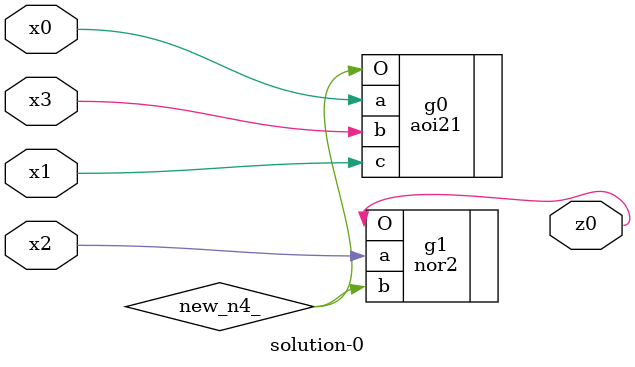
<source format=v>
module \solution-0 (
  x0, x1, x2, x3,
  z0 );
  input x0, x1, x2, x3;
  output z0;
  wire new_n4_;
  aoi21  g0(.a(x0), .b(x3), .c(x1), .O(new_n4_));
  nor2  g1(.a(x2), .b(new_n4_), .O(z0));
endmodule

</source>
